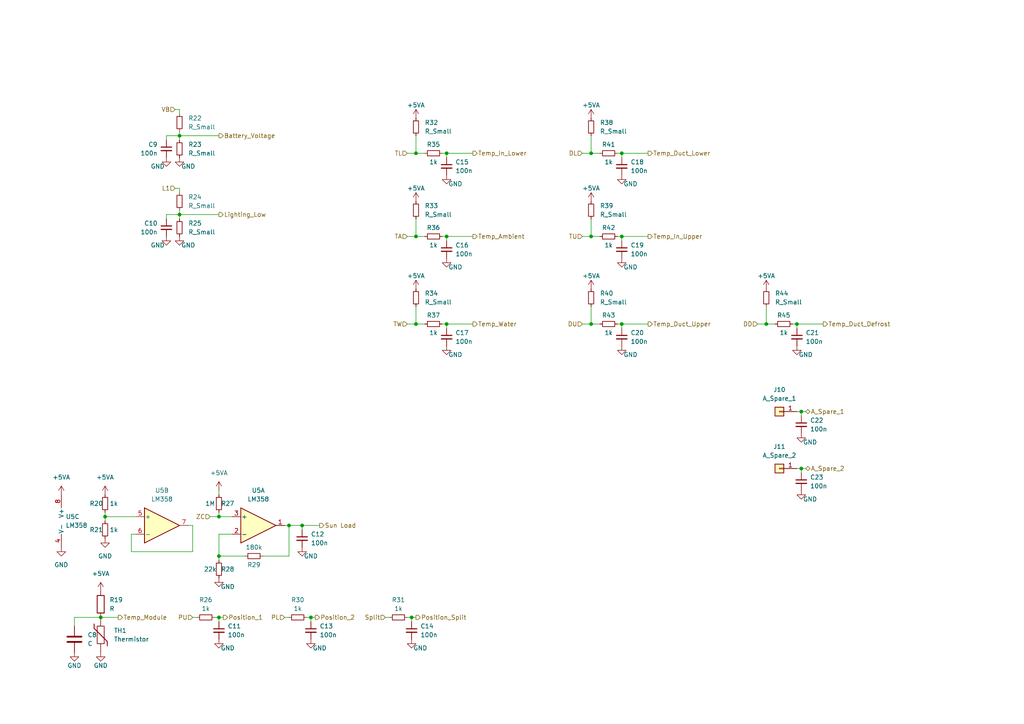
<source format=kicad_sch>
(kicad_sch (version 20211123) (generator eeschema)
  (paper "A4")
  (lib_symbols
    (symbol "Amplifier_Operational:LM358" (pin_names (offset 0.127))
      (property "Reference" "U" (at 0 5.08 0))
      (property "Value" "LM358" (at 0 -5.08 0))
      (symbol "LM358_1_1"
        (polyline (pts (xy -5.08 5.08) (xy 5.08 0) (xy -5.08 -5.08) (xy -5.08 5.08)) (stroke (width 0.254)) (fill (type background)))
        (pin output line (at 7.62 0 180) (length 2.54) (name "~") (number "1"))
        (pin input line (at -7.62 -2.54 0) (length 2.54) (name "-") (number "2"))
        (pin input line (at -7.62 2.54 0) (length 2.54) (name "+") (number "3"))
      )
      (symbol "LM358_2_1"
        (polyline (pts (xy -5.08 5.08) (xy 5.08 0) (xy -5.08 -5.08) (xy -5.08 5.08)) (stroke (width 0.254)) (fill (type background)))
        (pin input line (at -7.62 2.54 0) (length 2.54) (name "+") (number "5"))
        (pin input line (at -7.62 -2.54 0) (length 2.54) (name "-") (number "6"))
        (pin output line (at 7.62 0 180) (length 2.54) (name "~") (number "7"))
      )
      (symbol "LM358_3_1"
        (pin power_in line (at -2.54 -7.62 90) (length 3.81) (name "V-") (number "4"))
        (pin power_in line (at -2.54 7.62 270) (length 3.81) (name "V+") (number "8"))
      )
    )
    (symbol "Connector_Generic:Conn_01x01" (pin_names (offset 1.016) hide)
      (property "Reference" "J" (at 0 2.54 0))
      (property "Value" "Conn_01x01" (at 0 -2.54 0))
      (symbol "Conn_01x01_1_1"
        (rectangle (start -1.27 0.127) (end 0 -0.127) (stroke (width 0.1524)))
        (rectangle (start -1.27 1.27) (end 1.27 -1.27) (stroke (width 0.254)) (fill (type background)))
        (pin passive line (at -5.08 0 0) (length 3.81) (name "Pin_1") (number "1"))
      )
    )
    (symbol "Device:C" (pin_numbers hide) (pin_names (offset 0.254))
      (property "Reference" "C" (at 0.635 2.54 0))
      (property "Value" "C" (at 0.635 -2.54 0))
      (symbol "C_0_1"
        (polyline (pts (xy -2.032 -0.762) (xy 2.032 -0.762)) (stroke (width 0.508)))
        (polyline (pts (xy -2.032 0.762) (xy 2.032 0.762)) (stroke (width 0.508)))
      )
      (symbol "C_1_1"
        (pin passive line (at 0 3.81 270) (length 2.794) (name "~") (number "1"))
        (pin passive line (at 0 -3.81 90) (length 2.794) (name "~") (number "2"))
      )
    )
    (symbol "Device:C_Small" (pin_numbers hide) (pin_names (offset 0.254) hide)
      (property "Reference" "C" (at 0.254 1.778 0))
      (property "Value" "C_Small" (at 0.254 -2.032 0))
      (symbol "C_Small_0_1"
        (polyline (pts (xy -1.524 -0.508) (xy 1.524 -0.508)) (stroke (width 0.3302)))
        (polyline (pts (xy -1.524 0.508) (xy 1.524 0.508)) (stroke (width 0.3048)))
      )
      (symbol "C_Small_1_1"
        (pin passive line (at 0 2.54 270) (length 2.032) (name "~") (number "1"))
        (pin passive line (at 0 -2.54 90) (length 2.032) (name "~") (number "2"))
      )
    )
    (symbol "Device:R" (pin_numbers hide) (pin_names (offset 0))
      (property "Reference" "R" (at 2.032 0 90))
      (property "Value" "R" (at 0 0 90))
      (symbol "R_0_1"
        (rectangle (start -1.016 -2.54) (end 1.016 2.54) (stroke (width 0.254)))
      )
      (symbol "R_1_1"
        (pin passive line (at 0 3.81 270) (length 1.27) (name "~") (number "1"))
        (pin passive line (at 0 -3.81 90) (length 1.27) (name "~") (number "2"))
      )
    )
    (symbol "Device:R_Small" (pin_numbers hide) (pin_names (offset 0.254) hide)
      (property "Reference" "R" (at 0.762 0.508 0))
      (property "Value" "R_Small" (at 0.762 -1.016 0))
      (symbol "R_Small_0_1"
        (rectangle (start -0.762 1.778) (end 0.762 -1.778) (stroke (width 0.2032)))
      )
      (symbol "R_Small_1_1"
        (pin passive line (at 0 2.54 270) (length 0.762) (name "~") (number "1"))
        (pin passive line (at 0 -2.54 90) (length 0.762) (name "~") (number "2"))
      )
    )
    (symbol "Device:Thermistor" (pin_numbers hide) (pin_names (offset 0))
      (property "Reference" "TH" (at 2.54 1.27 90))
      (property "Value" "Thermistor" (at -2.54 0 90))
      (symbol "Thermistor_0_1"
        (rectangle (start -1.016 2.54) (end 1.016 -2.54) (stroke (width 0.2032)))
        (polyline (pts (xy -1.905 3.175) (xy -1.905 1.905) (xy 1.905 -1.905) (xy 1.905 -3.175) (xy 1.905 -3.175)) (stroke (width 0.254)))
      )
      (symbol "Thermistor_1_1"
        (pin passive line (at 0 5.08 270) (length 2.54) (name "~") (number "1"))
        (pin passive line (at 0 -5.08 90) (length 2.54) (name "~") (number "2"))
      )
    )
    (symbol "power:+5VA" (power) (pin_names (offset 0))
      (property "Value" "+5VA" (at 0 3.556 0))
      (symbol "+5VA_0_1"
        (polyline (pts (xy -0.762 1.27) (xy 0 2.54)))
        (polyline (pts (xy 0 0) (xy 0 2.54)))
        (polyline (pts (xy 0 2.54) (xy 0.762 1.27)))
      )
      (symbol "+5VA_1_1"
        (pin power_in line (at 0 0 90) (length 0) hide (name "+5VA") (number "1"))
      )
    )
    (symbol "power:GND" (power) (pin_names (offset 0))
      (property "Value" "GND" (at 0 -3.81 0))
      (symbol "GND_0_1"
        (polyline (pts (xy 0 0) (xy 0 -1.27) (xy 1.27 -1.27) (xy 0 -2.54) (xy -1.27 -1.27) (xy 0 -1.27)))
      )
      (symbol "GND_1_1"
        (pin power_in line (at 0 0 270) (length 0) hide (name "GND") (number "1"))
      )
    )
  )
  (junction (at 129.54 93.98))
  (junction (at 180.34 93.98))
  (junction (at 29.21 179.07))
  (junction (at 52.07 39.37))
  (junction (at 90.17 179.07))
  (junction (at 120.65 93.98))
  (junction (at 63.5 149.86))
  (junction (at 129.54 44.45))
  (junction (at 232.41 135.89))
  (junction (at 63.5 179.07))
  (junction (at 120.65 44.45))
  (junction (at 180.34 68.58))
  (junction (at 171.45 93.98))
  (junction (at 120.65 68.58))
  (junction (at 129.54 68.58))
  (junction (at 52.07 62.23))
  (junction (at 87.63 152.4))
  (junction (at 171.45 44.45))
  (junction (at 119.38 179.07))
  (junction (at 222.25 93.98))
  (junction (at 63.5 161.29))
  (junction (at 83.82 152.4))
  (junction (at 180.34 44.45))
  (junction (at 232.41 119.38))
  (junction (at 30.48 149.86))
  (junction (at 231.14 93.98))
  (junction (at 171.45 68.58))
  (wire (pts (xy 50.8 31.75) (xy 52.07 31.75)))
  (wire (pts (xy 62.23 179.07) (xy 63.5 179.07)))
  (wire (pts (xy 180.34 68.58) (xy 180.34 69.85)))
  (wire (pts (xy 90.17 179.07) (xy 90.17 180.34)))
  (wire (pts (xy 52.07 39.37) (xy 63.5 39.37)))
  (wire (pts (xy 219.71 93.98) (xy 222.25 93.98)))
  (wire (pts (xy 82.55 179.07) (xy 83.82 179.07)))
  (wire (pts (xy 120.65 39.37) (xy 120.65 44.45)))
  (wire (pts (xy 118.11 68.58) (xy 120.65 68.58)))
  (wire (pts (xy 222.25 88.9) (xy 222.25 93.98)))
  (wire (pts (xy 63.5 148.59) (xy 63.5 149.86)))
  (wire (pts (xy 171.45 93.98) (xy 173.99 93.98)))
  (wire (pts (xy 29.21 179.07) (xy 21.59 179.07)))
  (wire (pts (xy 88.9 179.07) (xy 90.17 179.07)))
  (wire (pts (xy 129.54 93.98) (xy 129.54 95.25)))
  (wire (pts (xy 30.48 149.86) (xy 30.48 151.13)))
  (wire (pts (xy 111.76 179.07) (xy 113.03 179.07)))
  (wire (pts (xy 48.26 62.23) (xy 48.26 63.5)))
  (wire (pts (xy 52.07 31.75) (xy 52.07 33.02)))
  (wire (pts (xy 128.27 93.98) (xy 129.54 93.98)))
  (wire (pts (xy 120.65 88.9) (xy 120.65 93.98)))
  (wire (pts (xy 180.34 44.45) (xy 180.34 45.72)))
  (wire (pts (xy 118.11 179.07) (xy 119.38 179.07)))
  (wire (pts (xy 180.34 44.45) (xy 187.96 44.45)))
  (wire (pts (xy 55.88 179.07) (xy 57.15 179.07)))
  (wire (pts (xy 30.48 148.59) (xy 30.48 149.86)))
  (wire (pts (xy 222.25 93.98) (xy 224.79 93.98)))
  (wire (pts (xy 48.26 62.23) (xy 52.07 62.23)))
  (wire (pts (xy 29.21 179.07) (xy 34.29 179.07)))
  (wire (pts (xy 30.48 149.86) (xy 39.37 149.86)))
  (wire (pts (xy 229.87 93.98) (xy 231.14 93.98)))
  (wire (pts (xy 63.5 179.07) (xy 64.77 179.07)))
  (wire (pts (xy 118.11 44.45) (xy 120.65 44.45)))
  (wire (pts (xy 118.11 93.98) (xy 120.65 93.98)))
  (wire (pts (xy 21.59 179.07) (xy 21.59 181.61)))
  (wire (pts (xy 168.91 68.58) (xy 171.45 68.58)))
  (wire (pts (xy 82.55 152.4) (xy 83.82 152.4)))
  (wire (pts (xy 63.5 154.94) (xy 63.5 161.29)))
  (wire (pts (xy 231.14 135.89) (xy 232.41 135.89)))
  (wire (pts (xy 120.65 68.58) (xy 123.19 68.58)))
  (wire (pts (xy 63.5 149.86) (xy 67.31 149.86)))
  (wire (pts (xy 83.82 161.29) (xy 83.82 152.4)))
  (wire (pts (xy 119.38 179.07) (xy 120.65 179.07)))
  (wire (pts (xy 54.61 152.4) (xy 55.88 152.4)))
  (wire (pts (xy 180.34 68.58) (xy 187.96 68.58)))
  (wire (pts (xy 63.5 179.07) (xy 63.5 180.34)))
  (wire (pts (xy 179.07 44.45) (xy 180.34 44.45)))
  (wire (pts (xy 63.5 154.94) (xy 67.31 154.94)))
  (wire (pts (xy 232.41 119.38) (xy 232.41 120.65)))
  (wire (pts (xy 179.07 93.98) (xy 180.34 93.98)))
  (wire (pts (xy 48.26 39.37) (xy 48.26 40.64)))
  (wire (pts (xy 119.38 179.07) (xy 119.38 180.34)))
  (wire (pts (xy 168.91 93.98) (xy 171.45 93.98)))
  (wire (pts (xy 180.34 93.98) (xy 187.96 93.98)))
  (wire (pts (xy 120.65 93.98) (xy 123.19 93.98)))
  (wire (pts (xy 232.41 119.38) (xy 233.68 119.38)))
  (wire (pts (xy 60.96 149.86) (xy 63.5 149.86)))
  (wire (pts (xy 52.07 62.23) (xy 52.07 63.5)))
  (wire (pts (xy 120.65 63.5) (xy 120.65 68.58)))
  (wire (pts (xy 52.07 39.37) (xy 52.07 40.64)))
  (wire (pts (xy 76.2 161.29) (xy 83.82 161.29)))
  (wire (pts (xy 83.82 152.4) (xy 87.63 152.4)))
  (wire (pts (xy 232.41 135.89) (xy 233.68 135.89)))
  (wire (pts (xy 38.1 160.02) (xy 38.1 154.94)))
  (wire (pts (xy 171.45 68.58) (xy 173.99 68.58)))
  (wire (pts (xy 87.63 152.4) (xy 92.71 152.4)))
  (wire (pts (xy 52.07 60.96) (xy 52.07 62.23)))
  (wire (pts (xy 129.54 93.98) (xy 137.16 93.98)))
  (wire (pts (xy 55.88 160.02) (xy 38.1 160.02)))
  (wire (pts (xy 231.14 119.38) (xy 232.41 119.38)))
  (wire (pts (xy 87.63 152.4) (xy 87.63 153.67)))
  (wire (pts (xy 171.45 88.9) (xy 171.45 93.98)))
  (wire (pts (xy 90.17 179.07) (xy 91.44 179.07)))
  (wire (pts (xy 231.14 93.98) (xy 231.14 95.25)))
  (wire (pts (xy 128.27 68.58) (xy 129.54 68.58)))
  (wire (pts (xy 168.91 44.45) (xy 171.45 44.45)))
  (wire (pts (xy 180.34 93.98) (xy 180.34 95.25)))
  (wire (pts (xy 129.54 68.58) (xy 129.54 69.85)))
  (wire (pts (xy 171.45 63.5) (xy 171.45 68.58)))
  (wire (pts (xy 171.45 44.45) (xy 173.99 44.45)))
  (wire (pts (xy 171.45 39.37) (xy 171.45 44.45)))
  (wire (pts (xy 179.07 68.58) (xy 180.34 68.58)))
  (wire (pts (xy 55.88 152.4) (xy 55.88 160.02)))
  (wire (pts (xy 52.07 38.1) (xy 52.07 39.37)))
  (wire (pts (xy 71.12 161.29) (xy 63.5 161.29)))
  (wire (pts (xy 129.54 44.45) (xy 137.16 44.45)))
  (wire (pts (xy 129.54 44.45) (xy 129.54 45.72)))
  (wire (pts (xy 52.07 62.23) (xy 63.5 62.23)))
  (wire (pts (xy 231.14 93.98) (xy 238.76 93.98)))
  (wire (pts (xy 63.5 161.29) (xy 63.5 162.56)))
  (wire (pts (xy 129.54 68.58) (xy 137.16 68.58)))
  (wire (pts (xy 128.27 44.45) (xy 129.54 44.45)))
  (wire (pts (xy 50.8 54.61) (xy 52.07 54.61)))
  (wire (pts (xy 48.26 39.37) (xy 52.07 39.37)))
  (wire (pts (xy 232.41 135.89) (xy 232.41 137.16)))
  (wire (pts (xy 63.5 142.24) (xy 63.5 143.51)))
  (wire (pts (xy 38.1 154.94) (xy 39.37 154.94)))
  (wire (pts (xy 120.65 44.45) (xy 123.19 44.45)))
  (wire (pts (xy 52.07 54.61) (xy 52.07 55.88)))
  (hierarchical_label "Position_Split" (shape output) (at 120.65 179.07 0))
  (hierarchical_label "TU" (shape input) (at 168.91 68.58 180))
  (hierarchical_label "Temp_Module" (shape output) (at 34.29 179.07 0))
  (hierarchical_label "TA" (shape input) (at 118.11 68.58 180))
  (hierarchical_label "TL" (shape input) (at 118.11 44.45 180))
  (hierarchical_label "Temp_In_Lower" (shape output) (at 137.16 44.45 0))
  (hierarchical_label "PU" (shape input) (at 55.88 179.07 180))
  (hierarchical_label "Battery_Voltage" (shape output) (at 63.5 39.37 0))
  (hierarchical_label "Sun Load" (shape output) (at 92.71 152.4 0))
  (hierarchical_label "Temp_Duct_Defrost" (shape output) (at 238.76 93.98 0))
  (hierarchical_label "DD" (shape input) (at 219.71 93.98 180))
  (hierarchical_label "Temp_Duct_Lower" (shape output) (at 187.96 44.45 0))
  (hierarchical_label "Temp_In_Upper" (shape output) (at 187.96 68.58 0))
  (hierarchical_label "DL" (shape input) (at 168.91 44.45 180))
  (hierarchical_label "VB" (shape input) (at 50.8 31.75 180))
  (hierarchical_label "Temp_Duct_Upper" (shape output) (at 187.96 93.98 0))
  (hierarchical_label "DU" (shape input) (at 168.91 93.98 180))
  (hierarchical_label "Temp_Water" (shape output) (at 137.16 93.98 0))
  (hierarchical_label "TW" (shape input) (at 118.11 93.98 180))
  (hierarchical_label "ZC" (shape input) (at 60.96 149.86 180))
  (hierarchical_label "PL" (shape input) (at 82.55 179.07 180))
  (hierarchical_label "Position_1" (shape output) (at 64.77 179.07 0))
  (hierarchical_label "A_Spare_2" (shape bidirectional) (at 233.68 135.89 0))
  (hierarchical_label "A_Spare_1" (shape bidirectional) (at 233.68 119.38 0))
  (hierarchical_label "Position_2" (shape output) (at 91.44 179.07 0))
  (hierarchical_label "Lighting_Low" (shape output) (at 63.5 62.23 0))
  (hierarchical_label "Temp_Ambient" (shape output) (at 137.16 68.58 0))
  (hierarchical_label "Split" (shape input) (at 111.76 179.07 180))
  (hierarchical_label "L1" (shape input) (at 50.8 54.61 180))
  (symbol (lib_id "Device:C_Small") (at 232.41 139.7 0) (unit 1)
    (property "Reference" "C23" (at 234.95 138.4362 0) (effects (justify left)))
    (property "Value" "100n" (at 234.95 140.9762 0) (effects (justify left)))
    (property "Footprint" "Capacitor_SMD:C_0805_2012Metric_Pad1.18x1.45mm_HandSolder" (effects hide))
  )
  (symbol (lib_id "Device:R_Small") (at 52.07 58.42 0) (unit 1)
    (property "Reference" "R24" (at 54.61 57.1499 0) (effects (justify left)))
    (property "Value" "R_Small" (at 54.61 59.6899 0) (effects (justify left)))
    (property "Footprint" "Resistor_SMD:R_0805_2012Metric_Pad1.20x1.40mm_HandSolder" (effects hide))
  )
  (symbol (lib_id "power:GND") (at 90.17 185.42 0) (unit 1)
    (property "Reference" "#PWR049" (effects hide))
    (property "Value" "GND" (at 92.71 187.96 0))
  )
  (symbol (lib_id "Device:R_Small") (at 125.73 68.58 90) (unit 1)
    (property "Reference" "R36" (at 125.73 66.04 90))
    (property "Value" "1k" (at 125.73 71.12 90))
    (property "Footprint" "Resistor_SMD:R_0805_2012Metric_Pad1.20x1.40mm_HandSolder" (effects hide))
  )
  (symbol (lib_id "Device:R_Small") (at 52.07 43.18 0) (unit 1)
    (property "Reference" "R23" (at 54.61 41.9099 0) (effects (justify left)))
    (property "Value" "R_Small" (at 54.61 44.4499 0) (effects (justify left)))
    (property "Footprint" "Resistor_SMD:R_0805_2012Metric_Pad1.20x1.40mm_HandSolder" (effects hide))
  )
  (symbol (lib_id "Device:C_Small") (at 87.63 156.21 0) (unit 1)
    (property "Reference" "C12" (at 90.17 154.9462 0) (effects (justify left)))
    (property "Value" "100n" (at 90.17 157.4862 0) (effects (justify left)))
    (property "Footprint" "Capacitor_SMD:C_0805_2012Metric_Pad1.18x1.45mm_HandSolder" (effects hide))
  )
  (symbol (lib_id "power:GND") (at 87.63 158.75 0) (unit 1)
    (property "Reference" "#PWR048" (effects hide))
    (property "Value" "GND" (at 90.17 161.29 0))
  )
  (symbol (lib_id "power:+5VA") (at 120.65 58.42 0) (unit 1)
    (property "Reference" "#PWR052" (effects hide))
    (property "Value" "+5VA" (at 120.65 54.61 0))
  )
  (symbol (lib_id "Device:R_Small") (at 63.5 165.1 0) (unit 1)
    (property "Reference" "R28" (at 66.04 165.1 0))
    (property "Value" "22k" (at 60.96 165.1 0))
    (property "Footprint" "Resistor_SMD:R_0805_2012Metric_Pad1.20x1.40mm_HandSolder" (effects hide))
  )
  (symbol (lib_id "power:GND") (at 180.34 50.8 0) (unit 1)
    (property "Reference" "#PWR060" (effects hide))
    (property "Value" "GND" (at 182.88 53.34 0))
  )
  (symbol (lib_id "Device:R_Small") (at 120.65 36.83 0) (unit 1)
    (property "Reference" "R32" (at 123.19 35.5599 0) (effects (justify left)))
    (property "Value" "R_Small" (at 123.19 38.0999 0) (effects (justify left)))
    (property "Footprint" "Resistor_THT:R_Axial_DIN0207_L6.3mm_D2.5mm_P10.16mm_Horizontal" (effects hide))
  )
  (symbol (lib_id "power:+5VA") (at 120.65 83.82 0) (unit 1)
    (property "Reference" "#PWR053" (effects hide))
    (property "Value" "+5VA" (at 120.65 80.01 0))
  )
  (symbol (lib_id "Device:C_Small") (at 48.26 43.18 0) (mirror y) (unit 1)
    (property "Reference" "C9" (at 45.72 41.9162 0) (effects (justify left)))
    (property "Value" "100n" (at 45.72 44.4562 0) (effects (justify left)))
    (property "Footprint" "Capacitor_SMD:C_0805_2012Metric_Pad1.18x1.45mm_HandSolder" (effects hide))
  )
  (symbol (lib_id "Device:R_Small") (at 125.73 93.98 90) (unit 1)
    (property "Reference" "R37" (at 125.73 91.44 90))
    (property "Value" "1k" (at 125.73 96.52 90))
    (property "Footprint" "Resistor_SMD:R_0805_2012Metric_Pad1.20x1.40mm_HandSolder" (effects hide))
  )
  (symbol (lib_id "Device:R_Small") (at 176.53 44.45 90) (unit 1)
    (property "Reference" "R41" (at 176.53 41.91 90))
    (property "Value" "1k" (at 176.53 46.99 90))
    (property "Footprint" "Resistor_SMD:R_0805_2012Metric_Pad1.20x1.40mm_HandSolder" (effects hide))
  )
  (symbol (lib_id "power:GND") (at 21.59 189.23 0) (unit 1)
    (property "Reference" "#PWR036" (effects hide))
    (property "Value" "GND" (at 21.59 193.04 0))
  )
  (symbol (lib_id "Device:C_Small") (at 129.54 72.39 0) (unit 1)
    (property "Reference" "C16" (at 132.08 71.1262 0) (effects (justify left)))
    (property "Value" "100n" (at 132.08 73.6662 0) (effects (justify left)))
    (property "Footprint" "Capacitor_SMD:C_0805_2012Metric_Pad1.18x1.45mm_HandSolder" (effects hide))
  )
  (symbol (lib_id "Device:C_Small") (at 129.54 97.79 0) (unit 1)
    (property "Reference" "C17" (at 132.08 96.5262 0) (effects (justify left)))
    (property "Value" "100n" (at 132.08 99.0662 0) (effects (justify left)))
    (property "Footprint" "Capacitor_SMD:C_0805_2012Metric_Pad1.18x1.45mm_HandSolder" (effects hide))
  )
  (symbol (lib_id "power:GND") (at 48.26 68.58 0) (mirror y) (unit 1)
    (property "Reference" "#PWR042" (effects hide))
    (property "Value" "GND" (at 45.72 71.12 0))
  )
  (symbol (lib_id "power:+5VA") (at 17.78 143.51 0) (unit 1)
    (property "Reference" "#PWR034" (effects hide))
    (property "Value" "+5VA" (at 17.78 138.43 0))
  )
  (symbol (lib_id "Device:R_Small") (at 176.53 93.98 90) (unit 1)
    (property "Reference" "R43" (at 176.53 91.44 90))
    (property "Value" "1k" (at 176.53 96.52 90))
    (property "Footprint" "Resistor_SMD:R_0805_2012Metric_Pad1.20x1.40mm_HandSolder" (effects hide))
  )
  (symbol (lib_id "Device:R_Small") (at 30.48 146.05 180) (unit 1)
    (property "Reference" "R20" (at 27.94 146.05 0))
    (property "Value" "1k" (at 33.02 146.05 0))
    (property "Footprint" "Resistor_SMD:R_0805_2012Metric_Pad1.20x1.40mm_HandSolder" (effects hide))
  )
  (symbol (lib_id "Amplifier_Operational:LM358") (at 20.32 151.13 0) (unit 3)
    (property "Reference" "U5" (at 19.05 149.8599 0) (effects (justify left)))
    (property "Value" "LM358" (at 19.05 152.3999 0) (effects (justify left)))
    (property "Footprint" "Package_SO:SO-8_5.3x6.2mm_P1.27mm" (effects hide))
    (property "Datasheet" "http://www.ti.com/lit/ds/symlink/lm2904-n.pdf" (effects hide))
  )
  (symbol (lib_id "Device:R_Small") (at 86.36 179.07 90) (unit 1)
    (property "Reference" "R30" (at 86.36 173.99 90))
    (property "Value" "1k" (at 86.36 176.53 90))
    (property "Footprint" "Resistor_SMD:R_0805_2012Metric_Pad1.20x1.40mm_HandSolder" (effects hide))
  )
  (symbol (lib_id "power:GND") (at 63.5 185.42 0) (unit 1)
    (property "Reference" "#PWR047" (effects hide))
    (property "Value" "GND" (at 66.04 187.96 0))
  )
  (symbol (lib_id "Device:C_Small") (at 180.34 97.79 0) (unit 1)
    (property "Reference" "C20" (at 182.88 96.5262 0) (effects (justify left)))
    (property "Value" "100n" (at 182.88 99.0662 0) (effects (justify left)))
    (property "Footprint" "Capacitor_SMD:C_0805_2012Metric_Pad1.18x1.45mm_HandSolder" (effects hide))
  )
  (symbol (lib_id "Device:R") (at 29.21 175.26 0) (unit 1)
    (property "Reference" "R19" (at 31.75 173.9899 0) (effects (justify left)))
    (property "Value" "R" (at 31.75 176.5299 0) (effects (justify left)))
    (property "Footprint" "Resistor_SMD:R_0805_2012Metric_Pad1.20x1.40mm_HandSolder" (effects hide))
  )
  (symbol (lib_id "Device:C_Small") (at 63.5 182.88 0) (unit 1)
    (property "Reference" "C11" (at 66.04 181.6162 0) (effects (justify left)))
    (property "Value" "100n" (at 66.04 184.1562 0) (effects (justify left)))
    (property "Footprint" "Capacitor_SMD:C_0805_2012Metric_Pad1.18x1.45mm_HandSolder" (effects hide))
  )
  (symbol (lib_id "Device:R_Small") (at 227.33 93.98 90) (unit 1)
    (property "Reference" "R45" (at 227.33 91.44 90))
    (property "Value" "1k" (at 227.33 96.52 90))
    (property "Footprint" "Resistor_SMD:R_0805_2012Metric_Pad1.20x1.40mm_HandSolder" (effects hide))
  )
  (symbol (lib_id "power:GND") (at 180.34 100.33 0) (unit 1)
    (property "Reference" "#PWR062" (effects hide))
    (property "Value" "GND" (at 182.88 102.87 0))
  )
  (symbol (lib_id "power:GND") (at 52.07 45.72 0) (unit 1)
    (property "Reference" "#PWR043" (effects hide))
    (property "Value" "GND" (at 54.61 48.26 0))
  )
  (symbol (lib_id "Device:C_Small") (at 129.54 48.26 0) (unit 1)
    (property "Reference" "C15" (at 132.08 46.9962 0) (effects (justify left)))
    (property "Value" "100n" (at 132.08 49.5362 0) (effects (justify left)))
    (property "Footprint" "Capacitor_SMD:C_0805_2012Metric_Pad1.18x1.45mm_HandSolder" (effects hide))
  )
  (symbol (lib_id "Device:R_Small") (at 120.65 86.36 0) (unit 1)
    (property "Reference" "R34" (at 123.19 85.0899 0) (effects (justify left)))
    (property "Value" "R_Small" (at 123.19 87.6299 0) (effects (justify left)))
    (property "Footprint" "Resistor_THT:R_Axial_DIN0207_L6.3mm_D2.5mm_P10.16mm_Horizontal" (effects hide))
  )
  (symbol (lib_id "Device:R_Small") (at 176.53 68.58 90) (unit 1)
    (property "Reference" "R42" (at 176.53 66.04 90))
    (property "Value" "1k" (at 176.53 71.12 90))
    (property "Footprint" "Resistor_SMD:R_0805_2012Metric_Pad1.20x1.40mm_HandSolder" (effects hide))
  )
  (symbol (lib_id "Connector_Generic:Conn_01x01") (at 226.06 119.38 180) (unit 1)
    (property "Reference" "J10" (at 226.06 113.03 0))
    (property "Value" "A_Spare_1" (at 226.06 115.57 0))
    (property "Footprint" "Connector_PinHeader_2.54mm:PinHeader_1x01_P2.54mm_Vertical" (effects hide))
  )
  (symbol (lib_id "Device:R_Small") (at 120.65 60.96 0) (unit 1)
    (property "Reference" "R33" (at 123.19 59.6899 0) (effects (justify left)))
    (property "Value" "R_Small" (at 123.19 62.2299 0) (effects (justify left)))
    (property "Footprint" "Resistor_THT:R_Axial_DIN0207_L6.3mm_D2.5mm_P10.16mm_Horizontal" (effects hide))
  )
  (symbol (lib_id "Device:R_Small") (at 171.45 36.83 0) (unit 1)
    (property "Reference" "R38" (at 173.99 35.5599 0) (effects (justify left)))
    (property "Value" "R_Small" (at 173.99 38.0999 0) (effects (justify left)))
    (property "Footprint" "Resistor_THT:R_Axial_DIN0207_L6.3mm_D2.5mm_P10.16mm_Horizontal" (effects hide))
  )
  (symbol (lib_id "Device:C_Small") (at 232.41 123.19 0) (unit 1)
    (property "Reference" "C22" (at 234.95 121.9262 0) (effects (justify left)))
    (property "Value" "100n" (at 234.95 124.4662 0) (effects (justify left)))
    (property "Footprint" "Capacitor_SMD:C_0805_2012Metric_Pad1.18x1.45mm_HandSolder" (effects hide))
  )
  (symbol (lib_id "Amplifier_Operational:LM358") (at 46.99 152.4 0) (unit 2)
    (property "Reference" "U5" (at 46.99 142.24 0))
    (property "Value" "LM358" (at 46.99 144.78 0))
    (property "Footprint" "Package_SO:SO-8_5.3x6.2mm_P1.27mm" (effects hide))
    (property "Datasheet" "http://www.ti.com/lit/ds/symlink/lm2904-n.pdf" (effects hide))
  )
  (symbol (lib_id "Device:R_Small") (at 115.57 179.07 90) (unit 1)
    (property "Reference" "R31" (at 115.57 173.99 90))
    (property "Value" "1k" (at 115.57 176.53 90))
    (property "Footprint" "Resistor_SMD:R_0805_2012Metric_Pad1.20x1.40mm_HandSolder" (effects hide))
  )
  (symbol (lib_id "power:+5VA") (at 171.45 83.82 0) (unit 1)
    (property "Reference" "#PWR059" (effects hide))
    (property "Value" "+5VA" (at 171.45 80.01 0))
  )
  (symbol (lib_id "Device:C_Small") (at 180.34 72.39 0) (unit 1)
    (property "Reference" "C19" (at 182.88 71.1262 0) (effects (justify left)))
    (property "Value" "100n" (at 182.88 73.6662 0) (effects (justify left)))
    (property "Footprint" "Capacitor_SMD:C_0805_2012Metric_Pad1.18x1.45mm_HandSolder" (effects hide))
  )
  (symbol (lib_id "Amplifier_Operational:LM358") (at 74.93 152.4 0) (unit 1)
    (property "Reference" "U5" (at 74.93 142.24 0))
    (property "Value" "LM358" (at 74.93 144.78 0))
    (property "Footprint" "Package_SO:SO-8_5.3x6.2mm_P1.27mm" (effects hide))
    (property "Datasheet" "http://www.ti.com/lit/ds/symlink/lm2904-n.pdf" (effects hide))
  )
  (symbol (lib_id "power:+5VA") (at 29.21 171.45 0) (unit 1)
    (property "Reference" "#PWR037" (effects hide))
    (property "Value" "+5VA" (at 29.21 166.37 0))
  )
  (symbol (lib_id "Device:R_Small") (at 125.73 44.45 90) (unit 1)
    (property "Reference" "R35" (at 125.73 41.91 90))
    (property "Value" "1k" (at 125.73 46.99 90))
    (property "Footprint" "Resistor_SMD:R_0805_2012Metric_Pad1.20x1.40mm_HandSolder" (effects hide))
  )
  (symbol (lib_id "power:+5VA") (at 222.25 83.82 0) (unit 1)
    (property "Reference" "#PWR063" (effects hide))
    (property "Value" "+5VA" (at 222.25 80.01 0))
  )
  (symbol (lib_id "Device:R_Small") (at 222.25 86.36 0) (unit 1)
    (property "Reference" "R44" (at 224.79 85.0899 0) (effects (justify left)))
    (property "Value" "R_Small" (at 224.79 87.6299 0) (effects (justify left)))
    (property "Footprint" "Resistor_THT:R_Axial_DIN0207_L6.3mm_D2.5mm_P10.16mm_Horizontal" (effects hide))
  )
  (symbol (lib_id "Device:C_Small") (at 180.34 48.26 0) (unit 1)
    (property "Reference" "C18" (at 182.88 46.9962 0) (effects (justify left)))
    (property "Value" "100n" (at 182.88 49.5362 0) (effects (justify left)))
    (property "Footprint" "Capacitor_SMD:C_0805_2012Metric_Pad1.18x1.45mm_HandSolder" (effects hide))
  )
  (symbol (lib_id "Device:C_Small") (at 48.26 66.04 0) (mirror y) (unit 1)
    (property "Reference" "C10" (at 45.72 64.7762 0) (effects (justify left)))
    (property "Value" "100n" (at 45.72 67.3162 0) (effects (justify left)))
    (property "Footprint" "Capacitor_SMD:C_0805_2012Metric_Pad1.18x1.45mm_HandSolder" (effects hide))
  )
  (symbol (lib_id "power:+5VA") (at 30.48 143.51 0) (unit 1)
    (property "Reference" "#PWR039" (effects hide))
    (property "Value" "+5VA" (at 30.48 138.43 0))
  )
  (symbol (lib_id "Device:R_Small") (at 30.48 153.67 180) (unit 1)
    (property "Reference" "R21" (at 27.94 153.67 0))
    (property "Value" "1k" (at 33.02 153.67 0))
    (property "Footprint" "Resistor_SMD:R_0805_2012Metric_Pad1.20x1.40mm_HandSolder" (effects hide))
  )
  (symbol (lib_id "power:GND") (at 231.14 100.33 0) (unit 1)
    (property "Reference" "#PWR064" (effects hide))
    (property "Value" "GND" (at 233.68 102.87 0))
  )
  (symbol (lib_id "power:GND") (at 52.07 68.58 0) (unit 1)
    (property "Reference" "#PWR044" (effects hide))
    (property "Value" "GND" (at 54.61 71.12 0))
  )
  (symbol (lib_id "power:+5VA") (at 171.45 34.29 0) (unit 1)
    (property "Reference" "#PWR057" (effects hide))
    (property "Value" "+5VA" (at 171.45 30.48 0))
  )
  (symbol (lib_id "Device:Thermistor") (at 29.21 184.15 0) (unit 1)
    (property "Reference" "TH1" (at 33.02 182.8799 0) (effects (justify left)))
    (property "Value" "Thermistor" (at 33.02 185.4199 0) (effects (justify left)))
    (property "Footprint" "Resistor_SMD:R_0805_2012Metric_Pad1.20x1.40mm_HandSolder" (effects hide))
  )
  (symbol (lib_id "Device:R_Small") (at 171.45 86.36 0) (unit 1)
    (property "Reference" "R40" (at 173.99 85.0899 0) (effects (justify left)))
    (property "Value" "R_Small" (at 173.99 87.6299 0) (effects (justify left)))
    (property "Footprint" "Resistor_THT:R_Axial_DIN0207_L6.3mm_D2.5mm_P10.16mm_Horizontal" (effects hide))
  )
  (symbol (lib_id "power:GND") (at 63.5 167.64 0) (unit 1)
    (property "Reference" "#PWR046" (effects hide))
    (property "Value" "GND" (at 66.04 170.18 0))
  )
  (symbol (lib_id "Device:C_Small") (at 231.14 97.79 0) (unit 1)
    (property "Reference" "C21" (at 233.68 96.5262 0) (effects (justify left)))
    (property "Value" "100n" (at 233.68 99.0662 0) (effects (justify left)))
    (property "Footprint" "Capacitor_SMD:C_0805_2012Metric_Pad1.18x1.45mm_HandSolder" (effects hide))
  )
  (symbol (lib_id "power:GND") (at 129.54 100.33 0) (unit 1)
    (property "Reference" "#PWR056" (effects hide))
    (property "Value" "GND" (at 132.08 102.87 0))
  )
  (symbol (lib_id "power:GND") (at 232.41 142.24 0) (unit 1)
    (property "Reference" "#PWR066" (effects hide))
    (property "Value" "GND" (at 234.95 144.78 0))
  )
  (symbol (lib_id "power:GND") (at 30.48 156.21 0) (unit 1)
    (property "Reference" "#PWR040" (effects hide))
    (property "Value" "GND" (at 30.48 161.29 0))
  )
  (symbol (lib_id "Device:R_Small") (at 52.07 66.04 0) (unit 1)
    (property "Reference" "R25" (at 54.61 64.7699 0) (effects (justify left)))
    (property "Value" "R_Small" (at 54.61 67.3099 0) (effects (justify left)))
    (property "Footprint" "Resistor_SMD:R_0805_2012Metric_Pad1.20x1.40mm_HandSolder" (effects hide))
  )
  (symbol (lib_id "power:GND") (at 29.21 189.23 0) (unit 1)
    (property "Reference" "#PWR038" (effects hide))
    (property "Value" "GND" (at 29.21 193.04 0))
  )
  (symbol (lib_id "Device:R_Small") (at 63.5 146.05 0) (unit 1)
    (property "Reference" "R27" (at 66.04 146.05 0))
    (property "Value" "1M" (at 60.96 146.05 0))
    (property "Footprint" "Resistor_THT:R_Axial_DIN0207_L6.3mm_D2.5mm_P10.16mm_Horizontal" (effects hide))
  )
  (symbol (lib_id "Device:R_Small") (at 73.66 161.29 270) (unit 1)
    (property "Reference" "R29" (at 73.66 163.83 90))
    (property "Value" "180k" (at 73.66 158.75 90))
    (property "Footprint" "Resistor_SMD:R_0805_2012Metric_Pad1.20x1.40mm_HandSolder" (effects hide))
  )
  (symbol (lib_id "Connector_Generic:Conn_01x01") (at 226.06 135.89 180) (unit 1)
    (property "Reference" "J11" (at 226.06 129.54 0))
    (property "Value" "A_Spare_2" (at 226.06 132.08 0))
    (property "Footprint" "Connector_PinHeader_2.54mm:PinHeader_1x01_P2.54mm_Vertical" (effects hide))
  )
  (symbol (lib_id "Device:C_Small") (at 119.38 182.88 0) (unit 1)
    (property "Reference" "C14" (at 121.92 181.6162 0) (effects (justify left)))
    (property "Value" "100n" (at 121.92 184.1562 0) (effects (justify left)))
    (property "Footprint" "Capacitor_SMD:C_0805_2012Metric_Pad1.18x1.45mm_HandSolder" (effects hide))
  )
  (symbol (lib_id "power:GND") (at 129.54 50.8 0) (unit 1)
    (property "Reference" "#PWR054" (effects hide))
    (property "Value" "GND" (at 132.08 53.34 0))
  )
  (symbol (lib_id "Device:R_Small") (at 59.69 179.07 90) (unit 1)
    (property "Reference" "R26" (at 59.69 173.99 90))
    (property "Value" "1k" (at 59.69 176.53 90))
    (property "Footprint" "Resistor_SMD:R_0805_2012Metric_Pad1.20x1.40mm_HandSolder" (effects hide))
  )
  (symbol (lib_id "power:GND") (at 180.34 74.93 0) (unit 1)
    (property "Reference" "#PWR061" (effects hide))
    (property "Value" "GND" (at 182.88 77.47 0))
  )
  (symbol (lib_id "power:GND") (at 17.78 158.75 0) (unit 1)
    (property "Reference" "#PWR035" (effects hide))
    (property "Value" "GND" (at 17.78 163.83 0))
  )
  (symbol (lib_id "power:GND") (at 232.41 125.73 0) (unit 1)
    (property "Reference" "#PWR065" (effects hide))
    (property "Value" "GND" (at 234.95 128.27 0))
  )
  (symbol (lib_id "power:+5VA") (at 63.5 142.24 0) (unit 1)
    (property "Reference" "#PWR045" (effects hide))
    (property "Value" "+5VA" (at 63.5 137.16 0))
  )
  (symbol (lib_id "power:GND") (at 119.38 185.42 0) (unit 1)
    (property "Reference" "#PWR050" (effects hide))
    (property "Value" "GND" (at 121.92 187.96 0))
  )
  (symbol (lib_id "Device:C_Small") (at 90.17 182.88 0) (unit 1)
    (property "Reference" "C13" (at 92.71 181.6162 0) (effects (justify left)))
    (property "Value" "100n" (at 92.71 184.1562 0) (effects (justify left)))
    (property "Footprint" "Capacitor_SMD:C_0805_2012Metric_Pad1.18x1.45mm_HandSolder" (effects hide))
  )
  (symbol (lib_id "power:GND") (at 129.54 74.93 0) (unit 1)
    (property "Reference" "#PWR055" (effects hide))
    (property "Value" "GND" (at 132.08 77.47 0))
  )
  (symbol (lib_id "power:+5VA") (at 171.45 58.42 0) (unit 1)
    (property "Reference" "#PWR058" (effects hide))
    (property "Value" "+5VA" (at 171.45 54.61 0))
  )
  (symbol (lib_id "Device:R_Small") (at 52.07 35.56 0) (unit 1)
    (property "Reference" "R22" (at 54.61 34.2899 0) (effects (justify left)))
    (property "Value" "R_Small" (at 54.61 36.8299 0) (effects (justify left)))
    (property "Footprint" "Resistor_SMD:R_0805_2012Metric_Pad1.20x1.40mm_HandSolder" (effects hide))
  )
  (symbol (lib_id "Device:R_Small") (at 171.45 60.96 0) (unit 1)
    (property "Reference" "R39" (at 173.99 59.6899 0) (effects (justify left)))
    (property "Value" "R_Small" (at 173.99 62.2299 0) (effects (justify left)))
    (property "Footprint" "Resistor_THT:R_Axial_DIN0207_L6.3mm_D2.5mm_P10.16mm_Horizontal" (effects hide))
  )
  (symbol (lib_id "power:+5VA") (at 120.65 34.29 0) (unit 1)
    (property "Reference" "#PWR051" (effects hide))
    (property "Value" "+5VA" (at 120.65 30.48 0))
  )
  (symbol (lib_id "power:GND") (at 48.26 45.72 0) (mirror y) (unit 1)
    (property "Reference" "#PWR041" (effects hide))
    (property "Value" "GND" (at 45.72 48.26 0))
  )
  (symbol (lib_id "Device:C") (at 21.59 185.42 0) (unit 1)
    (property "Reference" "C8" (at 25.4 184.1499 0) (effects (justify left)))
    (property "Value" "C" (at 25.4 186.6899 0) (effects (justify left)))
    (property "Footprint" "Capacitor_SMD:C_0805_2012Metric_Pad1.18x1.45mm_HandSolder" (effects hide))
  )
)
</source>
